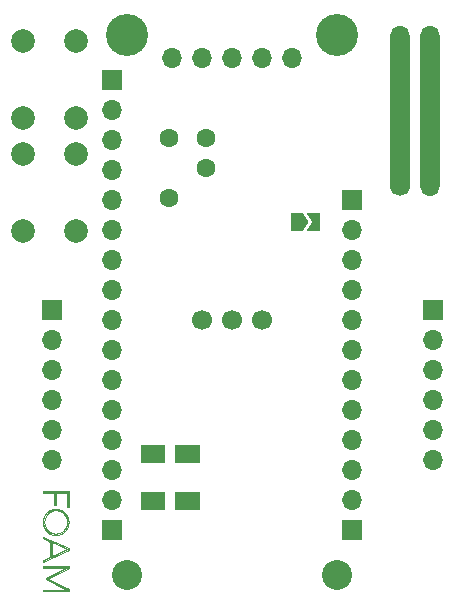
<source format=gts>
G04 #@! TF.GenerationSoftware,KiCad,Pcbnew,(6.0.1-0)*
G04 #@! TF.CreationDate,2022-01-24T10:27:26-05:00*
G04 #@! TF.ProjectId,Feather-F405-Bridge,46656174-6865-4722-9d46-3430352d4272,rev?*
G04 #@! TF.SameCoordinates,Original*
G04 #@! TF.FileFunction,Soldermask,Top*
G04 #@! TF.FilePolarity,Negative*
%FSLAX46Y46*%
G04 Gerber Fmt 4.6, Leading zero omitted, Abs format (unit mm)*
G04 Created by KiCad (PCBNEW (6.0.1-0)) date 2022-01-24 10:27:26*
%MOMM*%
%LPD*%
G01*
G04 APERTURE LIST*
G04 Aperture macros list*
%AMFreePoly0*
4,1,6,1.000000,0.000000,0.500000,-0.750000,-0.500000,-0.750000,-0.500000,0.750000,0.500000,0.750000,1.000000,0.000000,1.000000,0.000000,$1*%
%AMFreePoly1*
4,1,6,0.500000,-0.750000,-0.650000,-0.750000,-0.150000,0.000000,-0.650000,0.750000,0.500000,0.750000,0.500000,-0.750000,0.500000,-0.750000,$1*%
G04 Aperture macros list end*
%ADD10C,0.120000*%
%ADD11C,0.075726*%
%ADD12C,1.700000*%
%ADD13O,1.700000X1.700000*%
%ADD14C,2.540000*%
%ADD15C,3.556000*%
%ADD16R,1.700000X1.700000*%
%ADD17C,1.600000*%
%ADD18R,1.500000X1.500000*%
%ADD19FreePoly0,0.000000*%
%ADD20FreePoly0,180.000000*%
%ADD21C,2.000000*%
%ADD22FreePoly1,0.000000*%
G04 APERTURE END LIST*
G36*
X78955000Y-133477000D02*
G01*
X77255000Y-133477000D01*
X77255000Y-120777000D01*
X78955000Y-120777000D01*
X78955000Y-133477000D01*
G37*
G36*
X81495000Y-133477000D02*
G01*
X79795000Y-133477000D01*
X79795000Y-120777000D01*
X81495000Y-120777000D01*
X81495000Y-133477000D01*
G37*
D10*
X48579000Y-164917000D02*
X48579000Y-163627000D01*
X47949000Y-165207000D02*
X48579000Y-164917000D01*
X47939000Y-163277000D02*
X49999000Y-164207000D01*
X49969000Y-164267000D02*
X48639000Y-164887000D01*
X50019433Y-161957000D02*
G75*
G03*
X50019433Y-161957000I-1040433J0D01*
G01*
D11*
X48503573Y-163609504D02*
X47885642Y-163330073D01*
X47885642Y-163330073D02*
X47885642Y-163186949D01*
X47885642Y-163186949D02*
X50059000Y-164171397D01*
X50059000Y-164171397D02*
X50059000Y-164310734D01*
X50059000Y-164310734D02*
X47885642Y-165304270D01*
X47885642Y-165304270D02*
X47885642Y-165161903D01*
X47885642Y-165161903D02*
X48503573Y-164878685D01*
X48503573Y-164878685D02*
X48503573Y-163609504D01*
X48503573Y-163609504D02*
X48503573Y-163609504D01*
X47885642Y-167676032D02*
X49875742Y-167676032D01*
X49875742Y-167676032D02*
X48121910Y-166782456D01*
X48121910Y-166782456D02*
X48121910Y-166723389D01*
X48121910Y-166723389D02*
X49875742Y-165826027D01*
X49875742Y-165826027D02*
X47885642Y-165826027D01*
X47885642Y-165826027D02*
X47885642Y-165701835D01*
X47885642Y-165701835D02*
X50059000Y-165701835D01*
X50059000Y-165701835D02*
X50059000Y-165882065D01*
X50059000Y-165882065D02*
X48348333Y-166758224D01*
X48348333Y-166758224D02*
X50059000Y-167620752D01*
X50059000Y-167620752D02*
X50059000Y-167800981D01*
X50059000Y-167800981D02*
X47885642Y-167800981D01*
X47885642Y-167800981D02*
X47885642Y-167676032D01*
X47885642Y-167676032D02*
X47885642Y-167676032D01*
G36*
X50059000Y-165882065D02*
G01*
X48348333Y-166758224D01*
X50059000Y-167620752D01*
X50059000Y-167800981D01*
X47885642Y-167800981D01*
X47885642Y-167676032D01*
X49875742Y-167676032D01*
X48121910Y-166782456D01*
X48121910Y-166723389D01*
X49875742Y-165826027D01*
X47885642Y-165826027D01*
X47885642Y-165701835D01*
X50059000Y-165701835D01*
X50059000Y-165882065D01*
G37*
X50059000Y-165882065D02*
X48348333Y-166758224D01*
X50059000Y-167620752D01*
X50059000Y-167800981D01*
X47885642Y-167800981D01*
X47885642Y-167676032D01*
X49875742Y-167676032D01*
X48121910Y-166782456D01*
X48121910Y-166723389D01*
X49875742Y-165826027D01*
X47885642Y-165826027D01*
X47885642Y-165701835D01*
X50059000Y-165701835D01*
X50059000Y-165882065D01*
X49907547Y-164239551D02*
X48633823Y-163664785D01*
X48633823Y-163664785D02*
X48633823Y-164820376D01*
X48633823Y-164820376D02*
X49907547Y-164239551D01*
X49907547Y-164239551D02*
X49907547Y-164239551D01*
X48972321Y-160954523D02*
X48922784Y-160957685D01*
X48922784Y-160957685D02*
X48873956Y-160963227D01*
X48873956Y-160963227D02*
X48825895Y-160971093D01*
X48825895Y-160971093D02*
X48778656Y-160981222D01*
X48778656Y-160981222D02*
X48732297Y-160993556D01*
X48732297Y-160993556D02*
X48686873Y-161008037D01*
X48686873Y-161008037D02*
X48642442Y-161024605D01*
X48642442Y-161024605D02*
X48599061Y-161043201D01*
X48599061Y-161043201D02*
X48556785Y-161063767D01*
X48556785Y-161063767D02*
X48515671Y-161086244D01*
X48515671Y-161086244D02*
X48475776Y-161110573D01*
X48475776Y-161110573D02*
X48437157Y-161136694D01*
X48437157Y-161136694D02*
X48399870Y-161164550D01*
X48399870Y-161164550D02*
X48363972Y-161194081D01*
X48363972Y-161194081D02*
X48329519Y-161225229D01*
X48329519Y-161225229D02*
X48296568Y-161257934D01*
X48296568Y-161257934D02*
X48265175Y-161292138D01*
X48265175Y-161292138D02*
X48235398Y-161327782D01*
X48235398Y-161327782D02*
X48207292Y-161364807D01*
X48207292Y-161364807D02*
X48180915Y-161403155D01*
X48180915Y-161403155D02*
X48156322Y-161442765D01*
X48156322Y-161442765D02*
X48133572Y-161483580D01*
X48133572Y-161483580D02*
X48112719Y-161525541D01*
X48112719Y-161525541D02*
X48093821Y-161568589D01*
X48093821Y-161568589D02*
X48076934Y-161612664D01*
X48076934Y-161612664D02*
X48062115Y-161657708D01*
X48062115Y-161657708D02*
X48049421Y-161703663D01*
X48049421Y-161703663D02*
X48038908Y-161750469D01*
X48038908Y-161750469D02*
X48030633Y-161798068D01*
X48030633Y-161798068D02*
X48024652Y-161846400D01*
X48024652Y-161846400D02*
X48021022Y-161895407D01*
X48021022Y-161895407D02*
X48019799Y-161945030D01*
X48019799Y-161945030D02*
X48021022Y-161994653D01*
X48021022Y-161994653D02*
X48024652Y-162043660D01*
X48024652Y-162043660D02*
X48030633Y-162091992D01*
X48030633Y-162091992D02*
X48038908Y-162139591D01*
X48038908Y-162139591D02*
X48049421Y-162186397D01*
X48049421Y-162186397D02*
X48062116Y-162232351D01*
X48062116Y-162232351D02*
X48076934Y-162277396D01*
X48076934Y-162277396D02*
X48093821Y-162321471D01*
X48093821Y-162321471D02*
X48112719Y-162364519D01*
X48112719Y-162364519D02*
X48133572Y-162406480D01*
X48133572Y-162406480D02*
X48156323Y-162447295D01*
X48156323Y-162447295D02*
X48180915Y-162486905D01*
X48180915Y-162486905D02*
X48207292Y-162525252D01*
X48207292Y-162525252D02*
X48235398Y-162562277D01*
X48235398Y-162562277D02*
X48265175Y-162597921D01*
X48265175Y-162597921D02*
X48296568Y-162632125D01*
X48296568Y-162632125D02*
X48329519Y-162664831D01*
X48329519Y-162664831D02*
X48363972Y-162695978D01*
X48363972Y-162695978D02*
X48399870Y-162725510D01*
X48399870Y-162725510D02*
X48437157Y-162753365D01*
X48437157Y-162753365D02*
X48475776Y-162779487D01*
X48475776Y-162779487D02*
X48515671Y-162803816D01*
X48515671Y-162803816D02*
X48556785Y-162826292D01*
X48556785Y-162826292D02*
X48599061Y-162846858D01*
X48599061Y-162846858D02*
X48642443Y-162865454D01*
X48642443Y-162865454D02*
X48686874Y-162882022D01*
X48686874Y-162882022D02*
X48732297Y-162896503D01*
X48732297Y-162896503D02*
X48778657Y-162908837D01*
X48778657Y-162908837D02*
X48825895Y-162918966D01*
X48825895Y-162918966D02*
X48873957Y-162926832D01*
X48873957Y-162926832D02*
X48922784Y-162932375D01*
X48922784Y-162932375D02*
X48972322Y-162935536D01*
X48972322Y-162935536D02*
X49022417Y-162933345D01*
X49022417Y-162933345D02*
X49071813Y-162928681D01*
X49071813Y-162928681D02*
X49120451Y-162921606D01*
X49120451Y-162921606D02*
X49168269Y-162912181D01*
X49168269Y-162912181D02*
X49215209Y-162900467D01*
X49215209Y-162900467D02*
X49261211Y-162886527D01*
X49261211Y-162886527D02*
X49306214Y-162870422D01*
X49306214Y-162870422D02*
X49350159Y-162852215D01*
X49350159Y-162852215D02*
X49392985Y-162831967D01*
X49392985Y-162831967D02*
X49434634Y-162809739D01*
X49434634Y-162809739D02*
X49475046Y-162785594D01*
X49475046Y-162785594D02*
X49514159Y-162759593D01*
X49514159Y-162759593D02*
X49551915Y-162731799D01*
X49551915Y-162731799D02*
X49588254Y-162702272D01*
X49588254Y-162702272D02*
X49623116Y-162671075D01*
X49623116Y-162671075D02*
X49656441Y-162638269D01*
X49656441Y-162638269D02*
X49688169Y-162603917D01*
X49688169Y-162603917D02*
X49718241Y-162568080D01*
X49718241Y-162568080D02*
X49746596Y-162530819D01*
X49746596Y-162530819D02*
X49773174Y-162492197D01*
X49773174Y-162492197D02*
X49797917Y-162452276D01*
X49797917Y-162452276D02*
X49820763Y-162411116D01*
X49820763Y-162411116D02*
X49841654Y-162368781D01*
X49841654Y-162368781D02*
X49860529Y-162325331D01*
X49860529Y-162325331D02*
X49877328Y-162280829D01*
X49877328Y-162280829D02*
X49891992Y-162235335D01*
X49891992Y-162235335D02*
X49904460Y-162188914D01*
X49904460Y-162188914D02*
X49914674Y-162141624D01*
X49914674Y-162141624D02*
X49922572Y-162093530D01*
X49922572Y-162093530D02*
X49928096Y-162044692D01*
X49928096Y-162044692D02*
X49931185Y-161995172D01*
X49931185Y-161995172D02*
X49931779Y-161945032D01*
X49931779Y-161945032D02*
X49931222Y-161894876D01*
X49931222Y-161894876D02*
X49928167Y-161845340D01*
X49928167Y-161845340D02*
X49922673Y-161796485D01*
X49922673Y-161796485D02*
X49914801Y-161748374D01*
X49914801Y-161748374D02*
X49904611Y-161701068D01*
X49904611Y-161701068D02*
X49892163Y-161654630D01*
X49892163Y-161654630D02*
X49877516Y-161609121D01*
X49877516Y-161609121D02*
X49860731Y-161564603D01*
X49860731Y-161564603D02*
X49841867Y-161521139D01*
X49841867Y-161521139D02*
X49820985Y-161478789D01*
X49820985Y-161478789D02*
X49798145Y-161437617D01*
X49798145Y-161437617D02*
X49773406Y-161397683D01*
X49773406Y-161397683D02*
X49746829Y-161359050D01*
X49746829Y-161359050D02*
X49718473Y-161321780D01*
X49718473Y-161321780D02*
X49688399Y-161285934D01*
X49688399Y-161285934D02*
X49656666Y-161251575D01*
X49656666Y-161251575D02*
X49623335Y-161218764D01*
X49623335Y-161218764D02*
X49588465Y-161187564D01*
X49588465Y-161187564D02*
X49552116Y-161158036D01*
X49552116Y-161158036D02*
X49514349Y-161130243D01*
X49514349Y-161130243D02*
X49475223Y-161104245D01*
X49475223Y-161104245D02*
X49434799Y-161080105D01*
X49434799Y-161080105D02*
X49393136Y-161057886D01*
X49393136Y-161057886D02*
X49350294Y-161037648D01*
X49350294Y-161037648D02*
X49306333Y-161019454D01*
X49306333Y-161019454D02*
X49261314Y-161003366D01*
X49261314Y-161003366D02*
X49215295Y-160989445D01*
X49215295Y-160989445D02*
X49168338Y-160977754D01*
X49168338Y-160977754D02*
X49120502Y-160968355D01*
X49120502Y-160968355D02*
X49071848Y-160961308D01*
X49071848Y-160961308D02*
X49022434Y-160956677D01*
X49022434Y-160956677D02*
X48972321Y-160954524D01*
X48972321Y-160954524D02*
X48972321Y-160954523D01*
X48972321Y-160954523D02*
X48972321Y-160954523D01*
X48972321Y-163068815D02*
X48915396Y-163066486D01*
X48915396Y-163066486D02*
X48859263Y-163061336D01*
X48859263Y-163061336D02*
X48803989Y-163053436D01*
X48803989Y-163053436D02*
X48749643Y-163042856D01*
X48749643Y-163042856D02*
X48696294Y-163029666D01*
X48696294Y-163029666D02*
X48644010Y-163013937D01*
X48644010Y-163013937D02*
X48592860Y-162995741D01*
X48592860Y-162995741D02*
X48542911Y-162975146D01*
X48542911Y-162975146D02*
X48494232Y-162952224D01*
X48494232Y-162952224D02*
X48446893Y-162927046D01*
X48446893Y-162927046D02*
X48400960Y-162899682D01*
X48400960Y-162899682D02*
X48356503Y-162870202D01*
X48356503Y-162870202D02*
X48313590Y-162838678D01*
X48313590Y-162838678D02*
X48272290Y-162805179D01*
X48272290Y-162805179D02*
X48232670Y-162769776D01*
X48232670Y-162769776D02*
X48194800Y-162732540D01*
X48194800Y-162732540D02*
X48158747Y-162693542D01*
X48158747Y-162693542D02*
X48124581Y-162652851D01*
X48124581Y-162652851D02*
X48092369Y-162610539D01*
X48092369Y-162610539D02*
X48062180Y-162566676D01*
X48062180Y-162566676D02*
X48034082Y-162521333D01*
X48034082Y-162521333D02*
X48008145Y-162474580D01*
X48008145Y-162474580D02*
X47984435Y-162426487D01*
X47984435Y-162426487D02*
X47963023Y-162377126D01*
X47963023Y-162377126D02*
X47943975Y-162326567D01*
X47943975Y-162326567D02*
X47927361Y-162274881D01*
X47927361Y-162274881D02*
X47913249Y-162222137D01*
X47913249Y-162222137D02*
X47901707Y-162168407D01*
X47901707Y-162168407D02*
X47892805Y-162113761D01*
X47892805Y-162113761D02*
X47886609Y-162058270D01*
X47886609Y-162058270D02*
X47883189Y-162002004D01*
X47883189Y-162002004D02*
X47882614Y-161945034D01*
X47882614Y-161945034D02*
X47883189Y-161888064D01*
X47883189Y-161888064D02*
X47886609Y-161831797D01*
X47886609Y-161831797D02*
X47892804Y-161776306D01*
X47892804Y-161776306D02*
X47901707Y-161721660D01*
X47901707Y-161721660D02*
X47913248Y-161667929D01*
X47913248Y-161667929D02*
X47927360Y-161615185D01*
X47927360Y-161615185D02*
X47943974Y-161563498D01*
X47943974Y-161563498D02*
X47963021Y-161512939D01*
X47963021Y-161512939D02*
X47984434Y-161463578D01*
X47984434Y-161463578D02*
X48008143Y-161415485D01*
X48008143Y-161415485D02*
X48034081Y-161368732D01*
X48034081Y-161368732D02*
X48062178Y-161323388D01*
X48062178Y-161323388D02*
X48092367Y-161279525D01*
X48092367Y-161279525D02*
X48124579Y-161237213D01*
X48124579Y-161237213D02*
X48158745Y-161196522D01*
X48158745Y-161196522D02*
X48194798Y-161157523D01*
X48194798Y-161157523D02*
X48232668Y-161120287D01*
X48232668Y-161120287D02*
X48272287Y-161084884D01*
X48272287Y-161084884D02*
X48313588Y-161051385D01*
X48313588Y-161051385D02*
X48356501Y-161019860D01*
X48356501Y-161019860D02*
X48400958Y-160990380D01*
X48400958Y-160990380D02*
X48446891Y-160963016D01*
X48446891Y-160963016D02*
X48494230Y-160937837D01*
X48494230Y-160937837D02*
X48542909Y-160914915D01*
X48542909Y-160914915D02*
X48592858Y-160894321D01*
X48592858Y-160894321D02*
X48644008Y-160876124D01*
X48644008Y-160876124D02*
X48696293Y-160860395D01*
X48696293Y-160860395D02*
X48749642Y-160847205D01*
X48749642Y-160847205D02*
X48803988Y-160836624D01*
X48803988Y-160836624D02*
X48859262Y-160828724D01*
X48859262Y-160828724D02*
X48915396Y-160823574D01*
X48915396Y-160823574D02*
X48972321Y-160821245D01*
X48972321Y-160821245D02*
X49027126Y-160823462D01*
X49027126Y-160823462D02*
X49081514Y-160828369D01*
X49081514Y-160828369D02*
X49135398Y-160835929D01*
X49135398Y-160835929D02*
X49188685Y-160846101D01*
X49188685Y-160846101D02*
X49241286Y-160858846D01*
X49241286Y-160858846D02*
X49293110Y-160874126D01*
X49293110Y-160874126D02*
X49344068Y-160891901D01*
X49344068Y-160891901D02*
X49394069Y-160912132D01*
X49394069Y-160912132D02*
X49443023Y-160934780D01*
X49443023Y-160934780D02*
X49490839Y-160959806D01*
X49490839Y-160959806D02*
X49537427Y-160987171D01*
X49537427Y-160987171D02*
X49582697Y-161016835D01*
X49582697Y-161016835D02*
X49626558Y-161048759D01*
X49626558Y-161048759D02*
X49668921Y-161082905D01*
X49668921Y-161082905D02*
X49709695Y-161119234D01*
X49709695Y-161119234D02*
X49748789Y-161157705D01*
X49748789Y-161157705D02*
X49785927Y-161198069D01*
X49785927Y-161198069D02*
X49820866Y-161240039D01*
X49820866Y-161240039D02*
X49853571Y-161283524D01*
X49853571Y-161283524D02*
X49884006Y-161328432D01*
X49884006Y-161328432D02*
X49912134Y-161374672D01*
X49912134Y-161374672D02*
X49937919Y-161422152D01*
X49937919Y-161422152D02*
X49961326Y-161470781D01*
X49961326Y-161470781D02*
X49982319Y-161520467D01*
X49982319Y-161520467D02*
X50000860Y-161571119D01*
X50000860Y-161571119D02*
X50016915Y-161622645D01*
X50016915Y-161622645D02*
X50030447Y-161674953D01*
X50030447Y-161674953D02*
X50041420Y-161727953D01*
X50041420Y-161727953D02*
X50049798Y-161781551D01*
X50049798Y-161781551D02*
X50055544Y-161835658D01*
X50055544Y-161835658D02*
X50058624Y-161890181D01*
X50058624Y-161890181D02*
X50059000Y-161945029D01*
X50059000Y-161945029D02*
X50058624Y-161999877D01*
X50058624Y-161999877D02*
X50055544Y-162054400D01*
X50055544Y-162054400D02*
X50049798Y-162108507D01*
X50049798Y-162108507D02*
X50041420Y-162162106D01*
X50041420Y-162162106D02*
X50030447Y-162215105D01*
X50030447Y-162215105D02*
X50016915Y-162267414D01*
X50016915Y-162267414D02*
X50000861Y-162318939D01*
X50000861Y-162318939D02*
X49982319Y-162369591D01*
X49982319Y-162369591D02*
X49961327Y-162419277D01*
X49961327Y-162419277D02*
X49937920Y-162467906D01*
X49937920Y-162467906D02*
X49912134Y-162515387D01*
X49912134Y-162515387D02*
X49884006Y-162561627D01*
X49884006Y-162561627D02*
X49853572Y-162606535D01*
X49853572Y-162606535D02*
X49820867Y-162650020D01*
X49820867Y-162650020D02*
X49785927Y-162691990D01*
X49785927Y-162691990D02*
X49748790Y-162732354D01*
X49748790Y-162732354D02*
X49709695Y-162770825D01*
X49709695Y-162770825D02*
X49668922Y-162807153D01*
X49668922Y-162807153D02*
X49626559Y-162841299D01*
X49626559Y-162841299D02*
X49582697Y-162873224D01*
X49582697Y-162873224D02*
X49537427Y-162902888D01*
X49537427Y-162902888D02*
X49490839Y-162930253D01*
X49490839Y-162930253D02*
X49443024Y-162955279D01*
X49443024Y-162955279D02*
X49394070Y-162977927D01*
X49394070Y-162977927D02*
X49344069Y-162998158D01*
X49344069Y-162998158D02*
X49293111Y-163015933D01*
X49293111Y-163015933D02*
X49241287Y-163031213D01*
X49241287Y-163031213D02*
X49188685Y-163043958D01*
X49188685Y-163043958D02*
X49135398Y-163054130D01*
X49135398Y-163054130D02*
X49081515Y-163061690D01*
X49081515Y-163061690D02*
X49027126Y-163066598D01*
X49027126Y-163066598D02*
X48972321Y-163068815D01*
X48972321Y-163068815D02*
X48972321Y-163068815D01*
X49928750Y-159467250D02*
X48991253Y-159467250D01*
X48991253Y-159467250D02*
X48991253Y-160510765D01*
X48991253Y-160510765D02*
X48860246Y-160510765D01*
X48860246Y-160510765D02*
X48860246Y-159467250D01*
X48860246Y-159467250D02*
X47885642Y-159467250D01*
X47885642Y-159467250D02*
X47885642Y-159337000D01*
X47885642Y-159337000D02*
X50059000Y-159337000D01*
X50059000Y-159337000D02*
X50059000Y-160644044D01*
X50059000Y-160644044D02*
X49928750Y-160644044D01*
X49928750Y-160644044D02*
X49928750Y-159467250D01*
X49928750Y-159467250D02*
X49928750Y-159467250D01*
G36*
X50059000Y-160644044D02*
G01*
X49928750Y-160644044D01*
X49928750Y-159467250D01*
X48991253Y-159467250D01*
X48991253Y-160510765D01*
X48860246Y-160510765D01*
X48860246Y-159467250D01*
X47885642Y-159467250D01*
X47885642Y-159337000D01*
X50059000Y-159337000D01*
X50059000Y-160644044D01*
G37*
X50059000Y-160644044D02*
X49928750Y-160644044D01*
X49928750Y-159467250D01*
X48991253Y-159467250D01*
X48991253Y-160510765D01*
X48860246Y-160510765D01*
X48860246Y-159467250D01*
X47885642Y-159467250D01*
X47885642Y-159337000D01*
X50059000Y-159337000D01*
X50059000Y-160644044D01*
D12*
X78105000Y-133477000D03*
D13*
X80645000Y-133477000D03*
X78105000Y-130937000D03*
X80645000Y-130937000D03*
X78105000Y-128397000D03*
X80645000Y-128397000D03*
X78105000Y-125857000D03*
X80645000Y-125857000D03*
X78105000Y-123317000D03*
X80645000Y-123317000D03*
X78105000Y-120777000D03*
X80645000Y-120777000D03*
D14*
X72820000Y-166460000D03*
D15*
X55040000Y-120740000D03*
X72820000Y-120740000D03*
D14*
X55040000Y-166460000D03*
D16*
X53770000Y-124550000D03*
D13*
X53770000Y-127090000D03*
X53770000Y-129630000D03*
X53770000Y-132170000D03*
X53770000Y-134710000D03*
X53770000Y-137250000D03*
X53770000Y-139790000D03*
X53770000Y-142330000D03*
X53770000Y-144870000D03*
X53770000Y-147410000D03*
X53770000Y-149950000D03*
X53770000Y-152490000D03*
X53770000Y-155030000D03*
X53770000Y-157570000D03*
X53770000Y-160110000D03*
D16*
X53770000Y-162650000D03*
X74090000Y-162650000D03*
D13*
X74090000Y-160110000D03*
X74090000Y-157570000D03*
X74090000Y-155030000D03*
X74090000Y-152490000D03*
X74090000Y-149950000D03*
X74090000Y-147410000D03*
X74090000Y-144870000D03*
X74090000Y-142330000D03*
X74090000Y-139790000D03*
X74090000Y-137250000D03*
D16*
X74090000Y-134710000D03*
D13*
X69010000Y-122645000D03*
X66470000Y-122645000D03*
X63930000Y-122645000D03*
X61390000Y-122645000D03*
X58850000Y-122645000D03*
D12*
X66470000Y-144870000D03*
X63930000Y-144870000D03*
X61390000Y-144870000D03*
D17*
X58547000Y-134488000D03*
X58547000Y-129408000D03*
D13*
X80899000Y-156718000D03*
X80899000Y-154178000D03*
X80899000Y-151638000D03*
X80899000Y-149098000D03*
X80899000Y-146558000D03*
D16*
X80899000Y-144018000D03*
D17*
X61722000Y-129453000D03*
X61722000Y-131953000D03*
D18*
X59874000Y-156210000D03*
X57474000Y-156210000D03*
D19*
X56674000Y-156210000D03*
D20*
X60674000Y-156210000D03*
D16*
X48641000Y-144018000D03*
D13*
X48641000Y-146558000D03*
X48641000Y-149098000D03*
X48641000Y-151638000D03*
X48641000Y-154178000D03*
X48641000Y-156718000D03*
D21*
X46173000Y-130787000D03*
X46173000Y-137287000D03*
X50673000Y-130787000D03*
X50673000Y-137287000D03*
X46173000Y-121262000D03*
X46173000Y-127762000D03*
X50673000Y-121262000D03*
X50673000Y-127762000D03*
D18*
X59874000Y-160147000D03*
X57474000Y-160147000D03*
D19*
X56674000Y-160147000D03*
D20*
X60674000Y-160147000D03*
D19*
X69379000Y-136525000D03*
D22*
X70829000Y-136525000D03*
M02*

</source>
